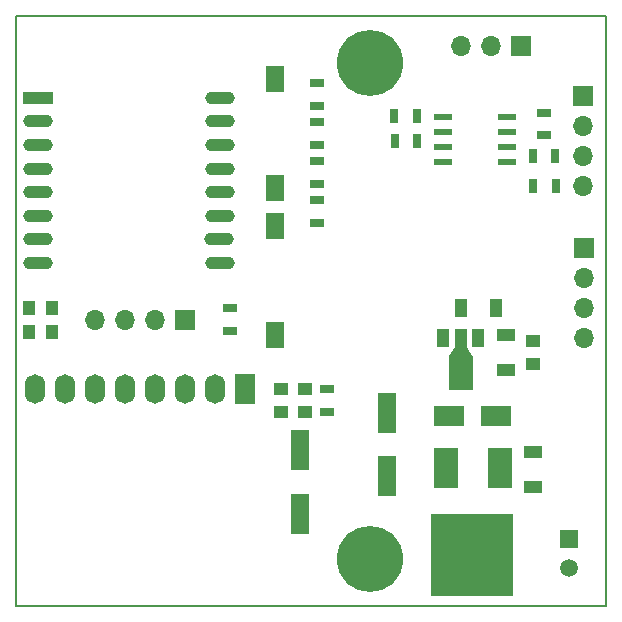
<source format=gts>
G04 #@! TF.FileFunction,Soldermask,Top*
%FSLAX46Y46*%
G04 Gerber Fmt 4.6, Leading zero omitted, Abs format (unit mm)*
G04 Created by KiCad (PCBNEW 4.0.2-stable) date 5/30/2017 4:55:57 PM*
%MOMM*%
G01*
G04 APERTURE LIST*
%ADD10C,0.100000*%
%ADD11C,0.150000*%
%ADD12R,1.727200X2.500000*%
%ADD13O,1.727200X2.500000*%
%ADD14R,0.700000X1.300000*%
%ADD15R,1.600000X2.180000*%
%ADD16R,1.000000X1.250000*%
%ADD17R,1.250000X1.000000*%
%ADD18R,1.600000X1.000000*%
%ADD19R,1.000000X1.600000*%
%ADD20R,1.500000X1.500000*%
%ADD21C,1.500000*%
%ADD22R,1.300000X0.700000*%
%ADD23R,2.500000X1.100000*%
%ADD24O,2.500000X1.100000*%
%ADD25R,2.000000X3.500000*%
%ADD26R,7.000000X7.000000*%
%ADD27R,1.000000X1.500000*%
%ADD28R,2.000000X3.000000*%
%ADD29R,2.500000X1.800000*%
%ADD30R,1.700000X1.700000*%
%ADD31O,1.700000X1.700000*%
%ADD32R,1.550000X0.600000*%
%ADD33C,5.600000*%
%ADD34R,1.600000X3.500000*%
G04 APERTURE END LIST*
D10*
D11*
X100000000Y-100000000D02*
X100000000Y-150000000D01*
X150000000Y-100000000D02*
X100000000Y-100000000D01*
X150000000Y-150000000D02*
X150000000Y-100000000D01*
X100000000Y-150000000D02*
X150000000Y-150000000D01*
D12*
X119380000Y-131572000D03*
D13*
X116840000Y-131572000D03*
X114300000Y-131572000D03*
X111760000Y-131572000D03*
X109220000Y-131572000D03*
X106680000Y-131572000D03*
X104140000Y-131572000D03*
X101600000Y-131572000D03*
D14*
X143830000Y-114452400D03*
X145730000Y-114452400D03*
D15*
X121920000Y-105392000D03*
X121920000Y-114572000D03*
D16*
X101108000Y-126746000D03*
X103108000Y-126746000D03*
X101108000Y-124714000D03*
X103108000Y-124714000D03*
D17*
X122428000Y-133588000D03*
X122428000Y-131588000D03*
X124460000Y-133588000D03*
X124460000Y-131588000D03*
D18*
X143764000Y-136930000D03*
X143764000Y-139930000D03*
D17*
X143764000Y-129524000D03*
X143764000Y-127524000D03*
D18*
X141478000Y-130024000D03*
X141478000Y-127024000D03*
D19*
X137692000Y-124714000D03*
X140692000Y-124714000D03*
D20*
X146812000Y-144272000D03*
D21*
X146812000Y-146772000D03*
D22*
X125476000Y-107630000D03*
X125476000Y-105730000D03*
X118110000Y-126680000D03*
X118110000Y-124780000D03*
X125476000Y-109032000D03*
X125476000Y-110932000D03*
X126365000Y-133538000D03*
X126365000Y-131638000D03*
X125476000Y-115636000D03*
X125476000Y-117536000D03*
X125476000Y-114234000D03*
X125476000Y-112334000D03*
D15*
X121920000Y-117838000D03*
X121920000Y-127018000D03*
D23*
X101916000Y-106934000D03*
D24*
X101916000Y-108934000D03*
X101916000Y-110934000D03*
X101916000Y-112934000D03*
X101916000Y-114934000D03*
X101916000Y-116934000D03*
X101916000Y-118934000D03*
X101916000Y-120934000D03*
X117316000Y-120934000D03*
X117216000Y-118934000D03*
X117316000Y-116934000D03*
X117316000Y-114934000D03*
X117316000Y-112934000D03*
X117316000Y-110934000D03*
X117316000Y-108934000D03*
X117316000Y-106934000D03*
D25*
X140974000Y-138286000D03*
X136394000Y-138286000D03*
D26*
X138674000Y-145686000D03*
D27*
X139168000Y-127298000D03*
X137668000Y-127298000D03*
X136168000Y-127298000D03*
D28*
X137668000Y-130258000D03*
D10*
G36*
X136668000Y-128783000D02*
X137168000Y-128033000D01*
X138168000Y-128033000D01*
X138668000Y-128783000D01*
X136668000Y-128783000D01*
X136668000Y-128783000D01*
G37*
D29*
X140684000Y-133858000D03*
X136684000Y-133858000D03*
D30*
X114300000Y-125730000D03*
D31*
X111760000Y-125730000D03*
X109220000Y-125730000D03*
X106680000Y-125730000D03*
D30*
X148082000Y-119634000D03*
D31*
X148082000Y-122174000D03*
X148082000Y-124714000D03*
X148082000Y-127254000D03*
D30*
X142798800Y-102565200D03*
D31*
X140258800Y-102565200D03*
X137718800Y-102565200D03*
D30*
X148031200Y-106832400D03*
D31*
X148031200Y-109372400D03*
X148031200Y-111912400D03*
X148031200Y-114452400D03*
D14*
X133944400Y-108508800D03*
X132044400Y-108508800D03*
X132095200Y-110642400D03*
X133995200Y-110642400D03*
X143779200Y-111912400D03*
X145679200Y-111912400D03*
D22*
X144729200Y-110119200D03*
X144729200Y-108219200D03*
D32*
X136187200Y-108534200D03*
X136187200Y-109804200D03*
X136187200Y-111074200D03*
X136187200Y-112344200D03*
X141587200Y-112344200D03*
X141587200Y-111074200D03*
X141587200Y-109804200D03*
X141587200Y-108534200D03*
D33*
X130000000Y-146000000D03*
X130000000Y-104000000D03*
D34*
X124079000Y-136746000D03*
X124079000Y-142146000D03*
X131400000Y-133600000D03*
X131400000Y-139000000D03*
M02*

</source>
